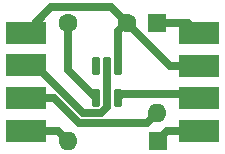
<source format=gbl>
G04 #@! TF.GenerationSoftware,KiCad,Pcbnew,8.0.0*
G04 #@! TF.CreationDate,2024-03-08T06:59:15+01:00*
G04 #@! TF.ProjectId,JoyMega3,4a6f794d-6567-4613-932e-6b696361645f,rev?*
G04 #@! TF.SameCoordinates,Original*
G04 #@! TF.FileFunction,Copper,L2,Bot*
G04 #@! TF.FilePolarity,Positive*
%FSLAX46Y46*%
G04 Gerber Fmt 4.6, Leading zero omitted, Abs format (unit mm)*
G04 Created by KiCad (PCBNEW 8.0.0) date 2024-03-08 06:59:15*
%MOMM*%
%LPD*%
G01*
G04 APERTURE LIST*
G04 Aperture macros list*
%AMRoundRect*
0 Rectangle with rounded corners*
0 $1 Rounding radius*
0 $2 $3 $4 $5 $6 $7 $8 $9 X,Y pos of 4 corners*
0 Add a 4 corners polygon primitive as box body*
4,1,4,$2,$3,$4,$5,$6,$7,$8,$9,$2,$3,0*
0 Add four circle primitives for the rounded corners*
1,1,$1+$1,$2,$3*
1,1,$1+$1,$4,$5*
1,1,$1+$1,$6,$7*
1,1,$1+$1,$8,$9*
0 Add four rect primitives between the rounded corners*
20,1,$1+$1,$2,$3,$4,$5,0*
20,1,$1+$1,$4,$5,$6,$7,0*
20,1,$1+$1,$6,$7,$8,$9,0*
20,1,$1+$1,$8,$9,$2,$3,0*%
G04 Aperture macros list end*
G04 #@! TA.AperFunction,ComponentPad*
%ADD10C,1.600000*%
G04 #@! TD*
G04 #@! TA.AperFunction,SMDPad,CuDef*
%ADD11R,3.480000X1.846667*%
G04 #@! TD*
G04 #@! TA.AperFunction,ComponentPad*
%ADD12R,1.600000X1.600000*%
G04 #@! TD*
G04 #@! TA.AperFunction,ComponentPad*
%ADD13O,1.600000X1.600000*%
G04 #@! TD*
G04 #@! TA.AperFunction,SMDPad,CuDef*
%ADD14RoundRect,0.162500X-0.162500X0.617500X-0.162500X-0.617500X0.162500X-0.617500X0.162500X0.617500X0*%
G04 #@! TD*
G04 #@! TA.AperFunction,Conductor*
%ADD15C,0.635000*%
G04 #@! TD*
G04 #@! TA.AperFunction,Conductor*
%ADD16C,0.508000*%
G04 #@! TD*
G04 APERTURE END LIST*
D10*
X123600000Y-75500000D03*
X118600000Y-75500000D03*
D11*
X115062500Y-84655000D03*
X115062500Y-81885000D03*
X115062500Y-79115000D03*
X115062500Y-76345000D03*
D12*
X126210000Y-85500000D03*
D13*
X118590000Y-85500000D03*
D12*
X126200000Y-75488800D03*
D13*
X126200000Y-83108800D03*
D11*
X129700000Y-76363000D03*
X129700000Y-79133000D03*
X129700000Y-81903000D03*
X129700000Y-84673000D03*
D14*
X120970000Y-79150000D03*
X121920000Y-79150000D03*
X122870000Y-79150000D03*
X122870000Y-81850000D03*
X120970000Y-81850000D03*
D15*
X118600000Y-79480000D02*
X120970000Y-81850000D01*
X118600000Y-75500000D02*
X118600000Y-79480000D01*
X127233000Y-79133000D02*
X129700000Y-79133000D01*
X123600000Y-75500000D02*
X127233000Y-79133000D01*
X123194999Y-81525001D02*
X129322001Y-81525001D01*
X129322001Y-81525001D02*
X129700000Y-81903000D01*
X122870000Y-81850000D02*
X123194999Y-81525001D01*
X126210000Y-85500000D02*
X127037000Y-84673000D01*
X127037000Y-84673000D02*
X129700000Y-84673000D01*
X128825800Y-75488800D02*
X129700000Y-76363000D01*
X126200000Y-75488800D02*
X128825800Y-75488800D01*
X119519132Y-84000000D02*
X125308800Y-84000000D01*
X125308800Y-84000000D02*
X126200000Y-83108800D01*
X117404132Y-81885000D02*
X119519132Y-84000000D01*
X115062500Y-81885000D02*
X117404132Y-81885000D01*
X115062500Y-84655000D02*
X117745000Y-84655000D01*
X117745000Y-84655000D02*
X118590000Y-85500000D01*
X122870000Y-76230000D02*
X122870000Y-79150000D01*
X123600000Y-75500000D02*
X122870000Y-76230000D01*
X117225000Y-74182500D02*
X122282500Y-74182500D01*
X122282500Y-74182500D02*
X123600000Y-75500000D01*
X115062500Y-76345000D02*
X117225000Y-74182500D01*
X129771601Y-81525001D02*
X130149600Y-81903000D01*
X121920000Y-82646168D02*
X121401168Y-83165000D01*
X115815000Y-79115000D02*
X115062500Y-79115000D01*
X115990833Y-79115000D02*
X115062500Y-79115000D01*
D16*
X115863833Y-79115000D02*
X115062500Y-79115000D01*
D15*
X121401168Y-83165000D02*
X119865000Y-83165000D01*
D16*
X115062500Y-79115000D02*
X115599733Y-79115000D01*
D15*
X121920000Y-79150000D02*
X121920000Y-82646168D01*
X119865000Y-83165000D02*
X115815000Y-79115000D01*
M02*

</source>
